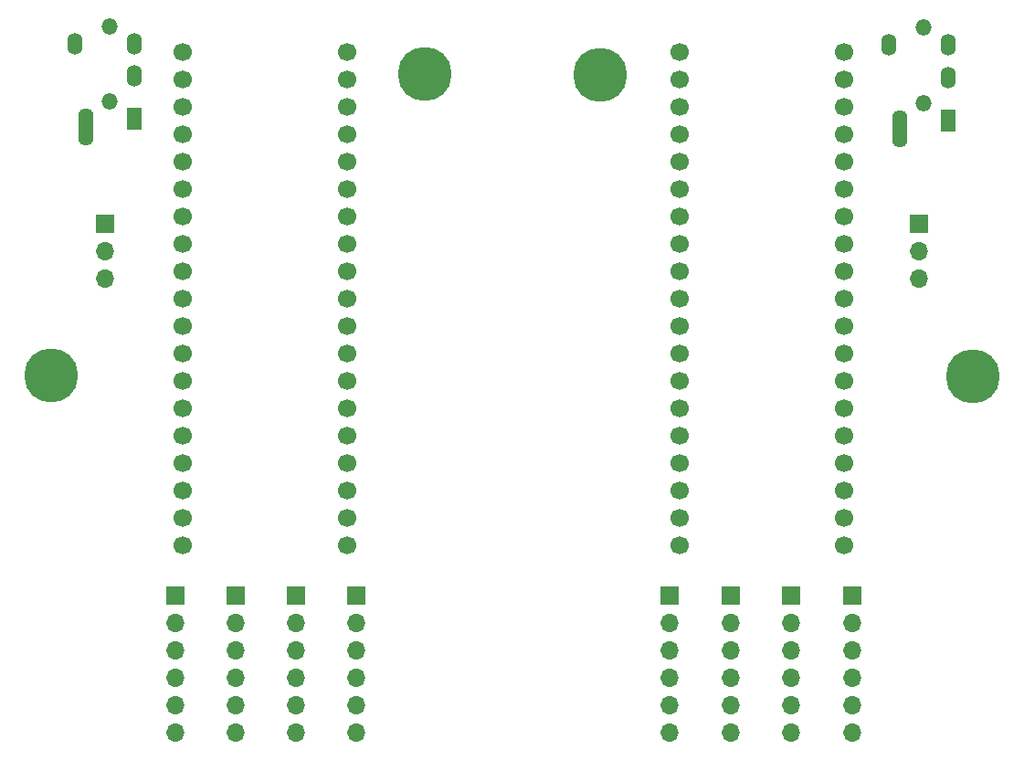
<source format=gbr>
%TF.GenerationSoftware,KiCad,Pcbnew,(6.0.0)*%
%TF.CreationDate,2021-12-31T23:30:31+08:00*%
%TF.ProjectId,adapter,61646170-7465-4722-9e6b-696361645f70,1.1*%
%TF.SameCoordinates,Original*%
%TF.FileFunction,Soldermask,Top*%
%TF.FilePolarity,Negative*%
%FSLAX46Y46*%
G04 Gerber Fmt 4.6, Leading zero omitted, Abs format (unit mm)*
G04 Created by KiCad (PCBNEW (6.0.0)) date 2021-12-31 23:30:31*
%MOMM*%
%LPD*%
G01*
G04 APERTURE LIST*
%ADD10C,5.000000*%
%ADD11R,1.700000X1.700000*%
%ADD12O,1.700000X1.700000*%
%ADD13O,1.400000X2.000000*%
%ADD14O,1.500000X1.500000*%
%ADD15O,1.400000X3.500000*%
%ADD16R,1.400000X2.000000*%
%ADD17C,1.700000*%
G04 APERTURE END LIST*
D10*
%TO.C,H3*%
X132216000Y-25230000D03*
%TD*%
D11*
%TO.C,J12*%
X98444000Y-73482200D03*
D12*
X98444000Y-76022200D03*
X98444000Y-78562200D03*
X98444000Y-81102200D03*
X98444000Y-83642200D03*
X98444000Y-86182200D03*
%TD*%
D11*
%TO.C,J5*%
X155575000Y-73500000D03*
D12*
X155575000Y-76040000D03*
X155575000Y-78580000D03*
X155575000Y-81120000D03*
X155575000Y-83660000D03*
X155575000Y-86200000D03*
%TD*%
D11*
%TO.C,J7*%
X92856000Y-73482200D03*
D12*
X92856000Y-76022200D03*
X92856000Y-78562200D03*
X92856000Y-81102200D03*
X92856000Y-83642200D03*
X92856000Y-86182200D03*
%TD*%
D11*
%TO.C,J11*%
X149944700Y-73500000D03*
D12*
X149944700Y-76040000D03*
X149944700Y-78580000D03*
X149944700Y-81120000D03*
X149944700Y-83660000D03*
X149944700Y-86200000D03*
%TD*%
D11*
%TO.C,J3*%
X161786000Y-39000000D03*
D12*
X161786000Y-41540000D03*
X161786000Y-44080000D03*
%TD*%
D10*
%TO.C,H4*%
X166800000Y-53150000D03*
%TD*%
D11*
%TO.C,J9*%
X144314300Y-73482200D03*
D12*
X144314300Y-76022200D03*
X144314300Y-78562200D03*
X144314300Y-81102200D03*
X144314300Y-83642200D03*
X144314300Y-86182200D03*
%TD*%
D10*
%TO.C,H2*%
X81376000Y-53080000D03*
%TD*%
D11*
%TO.C,J4*%
X86341000Y-39000000D03*
D12*
X86341000Y-41540000D03*
X86341000Y-44080000D03*
%TD*%
D11*
%TO.C,J8*%
X109620000Y-73482200D03*
D12*
X109620000Y-76022200D03*
X109620000Y-78562200D03*
X109620000Y-81102200D03*
X109620000Y-83642200D03*
X109620000Y-86182200D03*
%TD*%
D10*
%TO.C,H1*%
X115951000Y-25180000D03*
%TD*%
D11*
%TO.C,J6*%
X104032000Y-73482200D03*
D12*
X104032000Y-76022200D03*
X104032000Y-78562200D03*
X104032000Y-81102200D03*
X104032000Y-83642200D03*
X104032000Y-86182200D03*
%TD*%
D11*
%TO.C,J10*%
X138684000Y-73482200D03*
D12*
X138684000Y-76022200D03*
X138684000Y-78562200D03*
X138684000Y-81102200D03*
X138684000Y-83642200D03*
X138684000Y-86182200D03*
%TD*%
D13*
%TO.C,J2*%
X159011000Y-22450000D03*
D14*
X162211000Y-20850000D03*
X162211000Y-27850000D03*
D13*
X164511000Y-25450000D03*
X164511000Y-22450000D03*
D15*
X160011000Y-30200000D03*
D16*
X164511000Y-29450000D03*
%TD*%
D14*
%TO.C,J1*%
X86766000Y-20725000D03*
X86766000Y-27725000D03*
D13*
X83566000Y-22325000D03*
X89066000Y-25325000D03*
X89066000Y-22325000D03*
D15*
X84566000Y-30075000D03*
D16*
X89066000Y-29325000D03*
%TD*%
D17*
%TO.C,U2*%
X154860000Y-23080000D03*
X154860000Y-25620000D03*
X154860000Y-28160000D03*
X154860000Y-30700000D03*
X154860000Y-33240000D03*
X154860000Y-35780000D03*
X154860000Y-38320000D03*
X154860000Y-40860000D03*
X154860000Y-43400000D03*
X154860000Y-45940000D03*
X154860000Y-48480000D03*
X154860000Y-51020000D03*
X154860000Y-53560000D03*
X154860000Y-56100000D03*
X154860000Y-58640000D03*
X154860000Y-61180000D03*
X154860000Y-63720000D03*
X154860000Y-66260000D03*
X154860000Y-68800000D03*
X139620000Y-68800000D03*
X139620000Y-66260000D03*
X139620000Y-63720000D03*
X139620000Y-61180000D03*
X139620000Y-58640000D03*
X139620000Y-56100000D03*
X139620000Y-53560000D03*
X139620000Y-51020000D03*
X139620000Y-48480000D03*
X139620000Y-45940000D03*
X139620000Y-43400000D03*
X139620000Y-40860000D03*
X139620000Y-38320000D03*
X139620000Y-35780000D03*
X139620000Y-33240000D03*
X139620000Y-30700000D03*
X139620000Y-28160000D03*
X139620000Y-25620000D03*
X139620000Y-23080000D03*
%TD*%
%TO.C,U1*%
X108780000Y-23090000D03*
X108780000Y-25630000D03*
X108780000Y-28170000D03*
X108780000Y-30710000D03*
X108780000Y-33250000D03*
X108780000Y-35790000D03*
X108780000Y-38330000D03*
X108780000Y-40870000D03*
X108780000Y-43410000D03*
X108780000Y-45950000D03*
X108780000Y-48490000D03*
X108780000Y-51030000D03*
X108780000Y-53570000D03*
X108780000Y-56110000D03*
X108780000Y-58650000D03*
X108780000Y-61190000D03*
X108780000Y-63730000D03*
X108780000Y-66270000D03*
X108780000Y-68810000D03*
X93540000Y-68810000D03*
X93540000Y-66270000D03*
X93540000Y-63730000D03*
X93540000Y-61190000D03*
X93540000Y-58650000D03*
X93540000Y-56110000D03*
X93540000Y-53570000D03*
X93540000Y-51030000D03*
X93540000Y-48490000D03*
X93540000Y-45950000D03*
X93540000Y-43410000D03*
X93540000Y-40870000D03*
X93540000Y-38330000D03*
X93540000Y-35790000D03*
X93540000Y-33250000D03*
X93540000Y-30710000D03*
X93540000Y-28170000D03*
X93540000Y-25630000D03*
X93540000Y-23090000D03*
%TD*%
M02*

</source>
